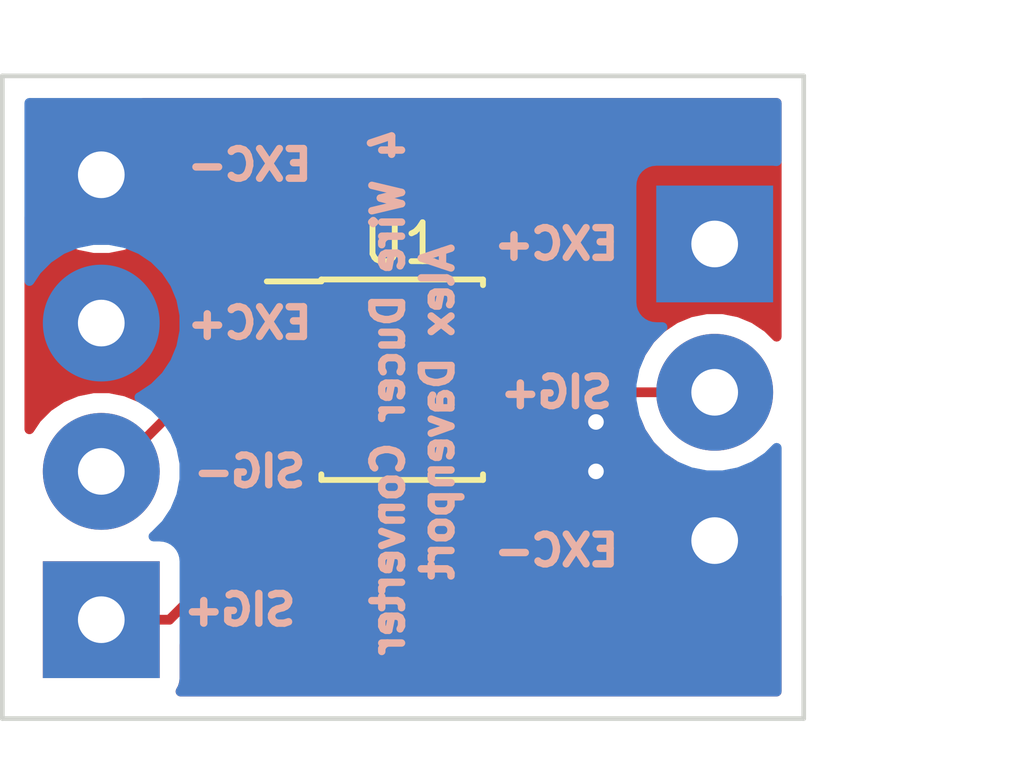
<source format=kicad_pcb>
(kicad_pcb (version 20171130) (host pcbnew "(5.1.0)-1")

  (general
    (thickness 1.6)
    (drawings 13)
    (tracks 16)
    (zones 0)
    (modules 3)
    (nets 8)
  )

  (page A4)
  (layers
    (0 F.Cu signal)
    (31 B.Cu signal)
    (32 B.Adhes user)
    (33 F.Adhes user)
    (34 B.Paste user)
    (35 F.Paste user)
    (36 B.SilkS user)
    (37 F.SilkS user)
    (38 B.Mask user)
    (39 F.Mask user)
    (40 Dwgs.User user)
    (41 Cmts.User user)
    (42 Eco1.User user)
    (43 Eco2.User user)
    (44 Edge.Cuts user)
    (45 Margin user)
    (46 B.CrtYd user)
    (47 F.CrtYd user)
    (48 B.Fab user)
    (49 F.Fab user)
  )

  (setup
    (last_trace_width 0.25)
    (trace_clearance 0.2)
    (zone_clearance 0.508)
    (zone_45_only no)
    (trace_min 0.2)
    (via_size 0.8)
    (via_drill 0.4)
    (via_min_size 0.4)
    (via_min_drill 0.3)
    (uvia_size 0.3)
    (uvia_drill 0.1)
    (uvias_allowed no)
    (uvia_min_size 0.2)
    (uvia_min_drill 0.1)
    (edge_width 0.05)
    (segment_width 0.2)
    (pcb_text_width 0.3)
    (pcb_text_size 1.5 1.5)
    (mod_edge_width 0.12)
    (mod_text_size 1 1)
    (mod_text_width 0.15)
    (pad_size 1.524 1.524)
    (pad_drill 0.762)
    (pad_to_mask_clearance 0.051)
    (solder_mask_min_width 0.25)
    (aux_axis_origin 0 0)
    (visible_elements 7FFFEFFF)
    (pcbplotparams
      (layerselection 0x010fc_ffffffff)
      (usegerberextensions false)
      (usegerberattributes false)
      (usegerberadvancedattributes false)
      (creategerberjobfile false)
      (excludeedgelayer true)
      (linewidth 0.100000)
      (plotframeref false)
      (viasonmask false)
      (mode 1)
      (useauxorigin false)
      (hpglpennumber 1)
      (hpglpenspeed 20)
      (hpglpendiameter 15.000000)
      (psnegative false)
      (psa4output false)
      (plotreference true)
      (plotvalue true)
      (plotinvisibletext false)
      (padsonsilk false)
      (subtractmaskfromsilk false)
      (outputformat 1)
      (mirror false)
      (drillshape 0)
      (scaleselection 1)
      (outputdirectory "gerbers/"))
  )

  (net 0 "")
  (net 1 +5V)
  (net 2 out)
  (net 3 GND)
  (net 4 in_n)
  (net 5 in_p)
  (net 6 "Net-(U1-Pad2)")
  (net 7 "Net-(U1-Pad3)")

  (net_class Default "This is the default net class."
    (clearance 0.2)
    (trace_width 0.25)
    (via_dia 0.8)
    (via_drill 0.4)
    (uvia_dia 0.3)
    (uvia_drill 0.1)
    (add_net +5V)
    (add_net GND)
    (add_net "Net-(U1-Pad2)")
    (add_net "Net-(U1-Pad3)")
    (add_net in_n)
    (add_net in_p)
    (add_net out)
  )

  (module Connector_Wire:SolderWirePad_1x03_P3.81mm_Drill1.2mm (layer F.Cu) (tedit 5AEE5F4D) (tstamp 5E57F174)
    (at 177.038 78.994 270)
    (descr "Wire solder connection")
    (tags connector)
    (path /5E589920)
    (attr virtual)
    (fp_text reference J1 (at 5.05 -4.65 270) (layer F.SilkS) hide
      (effects (font (size 1 1) (thickness 0.15)))
    )
    (fp_text value Screw_Terminal_01x03 (at 5.08 5.08 270) (layer F.Fab)
      (effects (font (size 1 1) (thickness 0.15)))
    )
    (fp_line (start 9.62 2) (end -2 2) (layer F.CrtYd) (width 0.05))
    (fp_line (start 9.62 2) (end 9.62 -2) (layer F.CrtYd) (width 0.05))
    (fp_line (start -2 -2) (end -2 2) (layer F.CrtYd) (width 0.05))
    (fp_line (start -2 -2) (end 9.62 -2) (layer F.CrtYd) (width 0.05))
    (fp_text user %R (at 5.08 0 270) (layer F.Fab)
      (effects (font (size 1 1) (thickness 0.15)))
    )
    (pad 3 thru_hole circle (at 7.62 0 270) (size 2.99974 2.99974) (drill 1.19888) (layers *.Cu *.Mask)
      (net 3 GND))
    (pad 2 thru_hole circle (at 3.81 0 270) (size 2.99974 2.99974) (drill 1.19888) (layers *.Cu *.Mask)
      (net 2 out))
    (pad 1 thru_hole rect (at 0 0 270) (size 2.99974 2.99974) (drill 1.19888) (layers *.Cu *.Mask)
      (net 1 +5V))
  )

  (module Connector_Wire:SolderWirePad_1x04_P3.81mm_Drill1.2mm (layer F.Cu) (tedit 5AEE5FD1) (tstamp 5E57F4E0)
    (at 161.29 88.646 90)
    (descr "Wire solder connection")
    (tags connector)
    (path /5E5876D4)
    (attr virtual)
    (fp_text reference J2 (at 7.6 -4.8 90) (layer F.SilkS) hide
      (effects (font (size 1 1) (thickness 0.15)))
    )
    (fp_text value Screw_Terminal_01x04 (at 7.366 22.86 90) (layer F.Fab)
      (effects (font (size 1 1) (thickness 0.15)))
    )
    (fp_line (start 13.43 2) (end -1.99 2) (layer F.CrtYd) (width 0.05))
    (fp_line (start 13.43 2) (end 13.43 -2) (layer F.CrtYd) (width 0.05))
    (fp_line (start -1.99 -2) (end -1.99 2) (layer F.CrtYd) (width 0.05))
    (fp_line (start -1.99 -2) (end 13.43 -2) (layer F.CrtYd) (width 0.05))
    (fp_text user %R (at 7.62 0 90) (layer F.Fab)
      (effects (font (size 1 1) (thickness 0.15)))
    )
    (pad 4 thru_hole circle (at 11.43 0 90) (size 2.99974 2.99974) (drill 1.19888) (layers *.Cu *.Mask)
      (net 3 GND))
    (pad 3 thru_hole circle (at 7.62 0 90) (size 2.99974 2.99974) (drill 1.19888) (layers *.Cu *.Mask)
      (net 1 +5V))
    (pad 2 thru_hole circle (at 3.81 0 90) (size 2.99974 2.99974) (drill 1.19888) (layers *.Cu *.Mask)
      (net 4 in_n))
    (pad 1 thru_hole rect (at 0 0 90) (size 2.99974 2.99974) (drill 1.19888) (layers *.Cu *.Mask)
      (net 5 in_p))
  )

  (module Package_SO:SOIC-8_3.9x4.9mm_P1.27mm (layer F.Cu) (tedit 5A02F2D3) (tstamp 5E57F1A9)
    (at 169.015001 82.481001)
    (descr "8-Lead Plastic Small Outline (SN) - Narrow, 3.90 mm Body [SOIC] (see Microchip Packaging Specification http://ww1.microchip.com/downloads/en/PackagingSpec/00000049BQ.pdf)")
    (tags "SOIC 1.27")
    (path /5E595F4D)
    (attr smd)
    (fp_text reference U1 (at 0 -3.5) (layer F.SilkS)
      (effects (font (size 1 1) (thickness 0.15)))
    )
    (fp_text value AD8226 (at 0 3.5) (layer F.Fab)
      (effects (font (size 1 1) (thickness 0.15)))
    )
    (fp_text user %R (at 0 0) (layer F.Fab)
      (effects (font (size 1 1) (thickness 0.15)))
    )
    (fp_line (start -0.95 -2.45) (end 1.95 -2.45) (layer F.Fab) (width 0.1))
    (fp_line (start 1.95 -2.45) (end 1.95 2.45) (layer F.Fab) (width 0.1))
    (fp_line (start 1.95 2.45) (end -1.95 2.45) (layer F.Fab) (width 0.1))
    (fp_line (start -1.95 2.45) (end -1.95 -1.45) (layer F.Fab) (width 0.1))
    (fp_line (start -1.95 -1.45) (end -0.95 -2.45) (layer F.Fab) (width 0.1))
    (fp_line (start -3.73 -2.7) (end -3.73 2.7) (layer F.CrtYd) (width 0.05))
    (fp_line (start 3.73 -2.7) (end 3.73 2.7) (layer F.CrtYd) (width 0.05))
    (fp_line (start -3.73 -2.7) (end 3.73 -2.7) (layer F.CrtYd) (width 0.05))
    (fp_line (start -3.73 2.7) (end 3.73 2.7) (layer F.CrtYd) (width 0.05))
    (fp_line (start -2.075 -2.575) (end -2.075 -2.525) (layer F.SilkS) (width 0.15))
    (fp_line (start 2.075 -2.575) (end 2.075 -2.43) (layer F.SilkS) (width 0.15))
    (fp_line (start 2.075 2.575) (end 2.075 2.43) (layer F.SilkS) (width 0.15))
    (fp_line (start -2.075 2.575) (end -2.075 2.43) (layer F.SilkS) (width 0.15))
    (fp_line (start -2.075 -2.575) (end 2.075 -2.575) (layer F.SilkS) (width 0.15))
    (fp_line (start -2.075 2.575) (end 2.075 2.575) (layer F.SilkS) (width 0.15))
    (fp_line (start -2.075 -2.525) (end -3.475 -2.525) (layer F.SilkS) (width 0.15))
    (pad 1 smd rect (at -2.7 -1.905) (size 1.55 0.6) (layers F.Cu F.Paste F.Mask)
      (net 4 in_n))
    (pad 2 smd rect (at -2.7 -0.635) (size 1.55 0.6) (layers F.Cu F.Paste F.Mask)
      (net 6 "Net-(U1-Pad2)"))
    (pad 3 smd rect (at -2.7 0.635) (size 1.55 0.6) (layers F.Cu F.Paste F.Mask)
      (net 7 "Net-(U1-Pad3)"))
    (pad 4 smd rect (at -2.7 1.905) (size 1.55 0.6) (layers F.Cu F.Paste F.Mask)
      (net 5 in_p))
    (pad 5 smd rect (at 2.7 1.905) (size 1.55 0.6) (layers F.Cu F.Paste F.Mask)
      (net 3 GND))
    (pad 6 smd rect (at 2.7 0.635) (size 1.55 0.6) (layers F.Cu F.Paste F.Mask)
      (net 3 GND))
    (pad 7 smd rect (at 2.7 -0.635) (size 1.55 0.6) (layers F.Cu F.Paste F.Mask)
      (net 2 out))
    (pad 8 smd rect (at 2.7 -1.905) (size 1.55 0.6) (layers F.Cu F.Paste F.Mask)
      (net 1 +5V))
    (model ${KISYS3DMOD}/Package_SO.3dshapes/SOIC-8_3.9x4.9mm_P1.27mm.wrl
      (at (xyz 0 0 0))
      (scale (xyz 1 1 1))
      (rotate (xyz 0 0 0))
    )
  )

  (gr_text "Alex Davenport" (at 169.926 83.312 90) (layer B.SilkS) (tstamp 5E57F7A7)
    (effects (font (size 0.762 0.762) (thickness 0.1905)) (justify mirror))
  )
  (gr_text SIG+ (at 164.846 88.392) (layer B.SilkS) (tstamp 5E57F7A7)
    (effects (font (size 0.762 0.762) (thickness 0.1905)) (justify mirror))
  )
  (gr_text SIG- (at 165.1 84.836) (layer B.SilkS) (tstamp 5E57F7A7)
    (effects (font (size 0.762 0.762) (thickness 0.1905)) (justify mirror))
  )
  (gr_text EXC+ (at 165.1 81.026) (layer B.SilkS) (tstamp 5E57F7A7)
    (effects (font (size 0.762 0.762) (thickness 0.1905)) (justify mirror))
  )
  (gr_text EXC- (at 165.1 76.962) (layer B.SilkS) (tstamp 5E57F7A7)
    (effects (font (size 0.762 0.762) (thickness 0.1905)) (justify mirror))
  )
  (gr_text EXC- (at 172.974 86.868) (layer B.SilkS) (tstamp 5E57F7A7)
    (effects (font (size 0.762 0.762) (thickness 0.1905)) (justify mirror))
  )
  (gr_text SIG+ (at 172.974 82.804) (layer B.SilkS) (tstamp 5E57F7A7)
    (effects (font (size 0.762 0.762) (thickness 0.1905)) (justify mirror))
  )
  (gr_text EXC+ (at 172.974 78.994) (layer B.SilkS)
    (effects (font (size 0.762 0.762) (thickness 0.1905)) (justify mirror))
  )
  (gr_text "4 Wire Ducer Converter" (at 168.656 82.804 90) (layer B.SilkS)
    (effects (font (size 0.762 0.762) (thickness 0.1905)) (justify mirror))
  )
  (gr_line (start 158.75 91.186) (end 158.75 74.676) (layer Edge.Cuts) (width 0.12) (tstamp 5E57F670))
  (gr_line (start 179.324 91.186) (end 158.75 91.186) (layer Edge.Cuts) (width 0.12))
  (gr_line (start 179.324 74.676) (end 179.324 91.186) (layer Edge.Cuts) (width 0.12))
  (gr_line (start 158.75 74.676) (end 179.324 74.676) (layer Edge.Cuts) (width 0.12))

  (segment (start 172.740001 81.846001) (end 171.715001 81.846001) (width 0.25) (layer F.Cu) (net 2))
  (segment (start 173.958865 81.846001) (end 172.740001 81.846001) (width 0.25) (layer F.Cu) (net 2))
  (segment (start 174.916864 82.804) (end 173.958865 81.846001) (width 0.25) (layer F.Cu) (net 2))
  (segment (start 177.038 82.804) (end 174.916864 82.804) (width 0.25) (layer F.Cu) (net 2))
  (via (at 173.99 83.566) (size 0.8) (drill 0.4) (layers F.Cu B.Cu) (net 3))
  (segment (start 171.715001 83.116001) (end 173.540001 83.116001) (width 0.25) (layer F.Cu) (net 3))
  (segment (start 173.540001 83.116001) (end 173.99 83.566) (width 0.25) (layer F.Cu) (net 3))
  (via (at 173.99 84.836) (size 0.8) (drill 0.4) (layers F.Cu B.Cu) (net 3))
  (segment (start 171.715001 84.386001) (end 173.540001 84.386001) (width 0.25) (layer F.Cu) (net 3))
  (segment (start 173.540001 84.386001) (end 173.99 84.836) (width 0.25) (layer F.Cu) (net 3))
  (segment (start 161.580002 84.836) (end 161.29 84.836) (width 0.25) (layer F.Cu) (net 4))
  (segment (start 165.840001 80.576001) (end 161.580002 84.836) (width 0.25) (layer F.Cu) (net 4))
  (segment (start 166.315001 80.576001) (end 165.840001 80.576001) (width 0.25) (layer F.Cu) (net 4))
  (segment (start 163.03987 88.646) (end 161.29 88.646) (width 0.25) (layer F.Cu) (net 5))
  (segment (start 166.315001 85.370869) (end 163.03987 88.646) (width 0.25) (layer F.Cu) (net 5))
  (segment (start 166.315001 84.386001) (end 166.315001 85.370869) (width 0.25) (layer F.Cu) (net 5))

  (zone (net 1) (net_name +5V) (layer F.Cu) (tstamp 0) (hatch edge 0.508)
    (connect_pads yes (clearance 0.508))
    (min_thickness 0.254)
    (fill yes (arc_segments 32) (thermal_gap 0.508) (thermal_bridge_width 0.508))
    (polygon
      (pts
        (xy 158.75 74.676) (xy 158.75 91.186) (xy 179.324 91.186) (xy 179.324 74.676)
      )
    )
    (filled_polygon
      (pts
        (xy 178.629 81.375838) (xy 178.3989 81.145738) (xy 178.04924 80.912103) (xy 177.660719 80.751172) (xy 177.248266 80.66913)
        (xy 176.827734 80.66913) (xy 176.415281 80.751172) (xy 176.02676 80.912103) (xy 175.6771 81.145738) (xy 175.379738 81.4431)
        (xy 175.146103 81.79276) (xy 175.097577 81.909912) (xy 174.522669 81.335003) (xy 174.498866 81.306) (xy 174.383141 81.211027)
        (xy 174.251112 81.140455) (xy 174.107851 81.096998) (xy 173.996198 81.086001) (xy 173.996187 81.086001) (xy 173.958865 81.082325)
        (xy 173.921543 81.086001) (xy 172.930445 81.086001) (xy 172.844495 81.015464) (xy 172.734181 80.956499) (xy 172.614483 80.920189)
        (xy 172.490001 80.907929) (xy 170.940001 80.907929) (xy 170.815519 80.920189) (xy 170.695821 80.956499) (xy 170.585507 81.015464)
        (xy 170.488816 81.094816) (xy 170.409464 81.191507) (xy 170.350499 81.301821) (xy 170.314189 81.421519) (xy 170.301929 81.546001)
        (xy 170.301929 82.146001) (xy 170.314189 82.270483) (xy 170.350499 82.390181) (xy 170.399044 82.481001) (xy 170.350499 82.571821)
        (xy 170.314189 82.691519) (xy 170.301929 82.816001) (xy 170.301929 83.416001) (xy 170.314189 83.540483) (xy 170.350499 83.660181)
        (xy 170.399044 83.751001) (xy 170.350499 83.841821) (xy 170.314189 83.961519) (xy 170.301929 84.086001) (xy 170.301929 84.686001)
        (xy 170.314189 84.810483) (xy 170.350499 84.930181) (xy 170.409464 85.040495) (xy 170.488816 85.137186) (xy 170.585507 85.216538)
        (xy 170.695821 85.275503) (xy 170.815519 85.311813) (xy 170.940001 85.324073) (xy 172.490001 85.324073) (xy 172.614483 85.311813)
        (xy 172.734181 85.275503) (xy 172.844495 85.216538) (xy 172.930445 85.146001) (xy 172.99813 85.146001) (xy 173.072795 85.326256)
        (xy 173.186063 85.495774) (xy 173.330226 85.639937) (xy 173.499744 85.753205) (xy 173.688102 85.831226) (xy 173.888061 85.871)
        (xy 174.091939 85.871) (xy 174.291898 85.831226) (xy 174.480256 85.753205) (xy 174.649774 85.639937) (xy 174.793937 85.495774)
        (xy 174.907205 85.326256) (xy 174.985226 85.137898) (xy 175.025 84.937939) (xy 175.025 84.734061) (xy 174.985226 84.534102)
        (xy 174.907205 84.345744) (xy 174.81049 84.201) (xy 174.907205 84.056256) (xy 174.985226 83.867898) (xy 175.025 83.667939)
        (xy 175.025 83.564) (xy 175.042036 83.564) (xy 175.146103 83.81524) (xy 175.379738 84.1649) (xy 175.6771 84.462262)
        (xy 176.02676 84.695897) (xy 176.058393 84.709) (xy 176.02676 84.722103) (xy 175.6771 84.955738) (xy 175.379738 85.2531)
        (xy 175.146103 85.60276) (xy 174.985172 85.991281) (xy 174.90313 86.403734) (xy 174.90313 86.824266) (xy 174.985172 87.236719)
        (xy 175.146103 87.62524) (xy 175.379738 87.9749) (xy 175.6771 88.272262) (xy 176.02676 88.505897) (xy 176.415281 88.666828)
        (xy 176.827734 88.74887) (xy 177.248266 88.74887) (xy 177.660719 88.666828) (xy 178.04924 88.505897) (xy 178.3989 88.272262)
        (xy 178.629001 88.042161) (xy 178.629001 90.491) (xy 163.325412 90.491) (xy 163.379372 90.39005) (xy 163.415682 90.270352)
        (xy 163.427942 90.14587) (xy 163.427942 89.300326) (xy 163.464146 89.280974) (xy 163.579871 89.186001) (xy 163.603674 89.156997)
        (xy 166.826004 85.934668) (xy 166.855002 85.91087) (xy 166.949975 85.795145) (xy 167.020547 85.663116) (xy 167.064004 85.519855)
        (xy 167.075001 85.408202) (xy 167.075001 85.408194) (xy 167.078677 85.370869) (xy 167.075001 85.333544) (xy 167.075001 85.324073)
        (xy 167.090001 85.324073) (xy 167.214483 85.311813) (xy 167.334181 85.275503) (xy 167.444495 85.216538) (xy 167.541186 85.137186)
        (xy 167.620538 85.040495) (xy 167.679503 84.930181) (xy 167.715813 84.810483) (xy 167.728073 84.686001) (xy 167.728073 84.086001)
        (xy 167.715813 83.961519) (xy 167.679503 83.841821) (xy 167.630958 83.751001) (xy 167.679503 83.660181) (xy 167.715813 83.540483)
        (xy 167.728073 83.416001) (xy 167.728073 82.816001) (xy 167.715813 82.691519) (xy 167.679503 82.571821) (xy 167.630958 82.481001)
        (xy 167.679503 82.390181) (xy 167.715813 82.270483) (xy 167.728073 82.146001) (xy 167.728073 81.546001) (xy 167.715813 81.421519)
        (xy 167.679503 81.301821) (xy 167.630958 81.211001) (xy 167.679503 81.120181) (xy 167.715813 81.000483) (xy 167.728073 80.876001)
        (xy 167.728073 80.276001) (xy 167.715813 80.151519) (xy 167.679503 80.031821) (xy 167.620538 79.921507) (xy 167.541186 79.824816)
        (xy 167.444495 79.745464) (xy 167.334181 79.686499) (xy 167.214483 79.650189) (xy 167.090001 79.637929) (xy 165.540001 79.637929)
        (xy 165.415519 79.650189) (xy 165.295821 79.686499) (xy 165.185507 79.745464) (xy 165.088816 79.824816) (xy 165.009464 79.921507)
        (xy 164.950499 80.031821) (xy 164.914189 80.151519) (xy 164.901929 80.276001) (xy 164.901929 80.439271) (xy 162.358703 82.982498)
        (xy 162.30124 82.944103) (xy 161.912719 82.783172) (xy 161.500266 82.70113) (xy 161.079734 82.70113) (xy 160.667281 82.783172)
        (xy 160.27876 82.944103) (xy 159.9291 83.177738) (xy 159.631738 83.4751) (xy 159.445 83.754574) (xy 159.445 78.297426)
        (xy 159.631738 78.5769) (xy 159.9291 78.874262) (xy 160.27876 79.107897) (xy 160.667281 79.268828) (xy 161.079734 79.35087)
        (xy 161.500266 79.35087) (xy 161.912719 79.268828) (xy 162.30124 79.107897) (xy 162.6509 78.874262) (xy 162.948262 78.5769)
        (xy 163.181897 78.22724) (xy 163.342828 77.838719) (xy 163.42487 77.426266) (xy 163.42487 77.005734) (xy 163.342828 76.593281)
        (xy 163.181897 76.20476) (xy 162.948262 75.8551) (xy 162.6509 75.557738) (xy 162.371426 75.371) (xy 178.629 75.371)
      )
    )
  )
  (zone (net 3) (net_name GND) (layer B.Cu) (tstamp 5E57F68A) (hatch edge 0.508)
    (connect_pads yes (clearance 0.508))
    (min_thickness 0.254)
    (fill yes (arc_segments 32) (thermal_gap 0.508) (thermal_bridge_width 0.508))
    (polygon
      (pts
        (xy 158.75 74.676) (xy 158.75 91.186) (xy 179.324 91.186) (xy 179.324 74.676)
      )
    )
    (filled_polygon
      (pts
        (xy 178.629 76.865033) (xy 178.53787 76.856058) (xy 175.53813 76.856058) (xy 175.413648 76.868318) (xy 175.29395 76.904628)
        (xy 175.183636 76.963593) (xy 175.086945 77.042945) (xy 175.007593 77.139636) (xy 174.948628 77.24995) (xy 174.912318 77.369648)
        (xy 174.900058 77.49413) (xy 174.900058 80.49387) (xy 174.912318 80.618352) (xy 174.948628 80.73805) (xy 175.007593 80.848364)
        (xy 175.086945 80.945055) (xy 175.183636 81.024407) (xy 175.29395 81.083372) (xy 175.413648 81.119682) (xy 175.53813 81.131942)
        (xy 175.697747 81.131942) (xy 175.6771 81.145738) (xy 175.379738 81.4431) (xy 175.146103 81.79276) (xy 174.985172 82.181281)
        (xy 174.90313 82.593734) (xy 174.90313 83.014266) (xy 174.985172 83.426719) (xy 175.146103 83.81524) (xy 175.379738 84.1649)
        (xy 175.6771 84.462262) (xy 176.02676 84.695897) (xy 176.415281 84.856828) (xy 176.827734 84.93887) (xy 177.248266 84.93887)
        (xy 177.660719 84.856828) (xy 178.04924 84.695897) (xy 178.3989 84.462262) (xy 178.629001 84.232161) (xy 178.629001 90.491)
        (xy 163.325412 90.491) (xy 163.379372 90.39005) (xy 163.415682 90.270352) (xy 163.427942 90.14587) (xy 163.427942 87.14613)
        (xy 163.415682 87.021648) (xy 163.379372 86.90195) (xy 163.320407 86.791636) (xy 163.241055 86.694945) (xy 163.144364 86.615593)
        (xy 163.03405 86.556628) (xy 162.914352 86.520318) (xy 162.78987 86.508058) (xy 162.630253 86.508058) (xy 162.6509 86.494262)
        (xy 162.948262 86.1969) (xy 163.181897 85.84724) (xy 163.342828 85.458719) (xy 163.42487 85.046266) (xy 163.42487 84.625734)
        (xy 163.342828 84.213281) (xy 163.181897 83.82476) (xy 162.948262 83.4751) (xy 162.6509 83.177738) (xy 162.30124 82.944103)
        (xy 162.269607 82.931) (xy 162.30124 82.917897) (xy 162.6509 82.684262) (xy 162.948262 82.3869) (xy 163.181897 82.03724)
        (xy 163.342828 81.648719) (xy 163.42487 81.236266) (xy 163.42487 80.815734) (xy 163.342828 80.403281) (xy 163.181897 80.01476)
        (xy 162.948262 79.6651) (xy 162.6509 79.367738) (xy 162.30124 79.134103) (xy 161.912719 78.973172) (xy 161.500266 78.89113)
        (xy 161.079734 78.89113) (xy 160.667281 78.973172) (xy 160.27876 79.134103) (xy 159.9291 79.367738) (xy 159.631738 79.6651)
        (xy 159.445 79.944574) (xy 159.445 75.371) (xy 178.629 75.371)
      )
    )
  )
)

</source>
